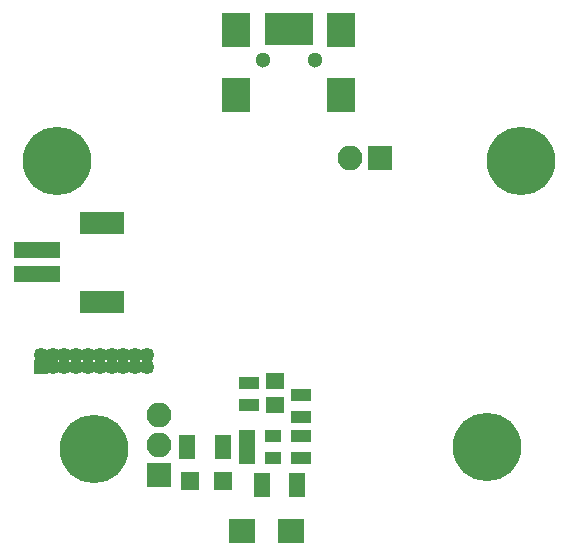
<source format=gbs>
G04 #@! TF.FileFunction,Soldermask,Bot*
%FSLAX46Y46*%
G04 Gerber Fmt 4.6, Leading zero omitted, Abs format (unit mm)*
G04 Created by KiCad (PCBNEW 4.0.7) date 03/22/19 21:38:21*
%MOMM*%
%LPD*%
G01*
G04 APERTURE LIST*
%ADD10C,0.100000*%
%ADD11R,2.300000X2.000000*%
%ADD12C,1.300000*%
%ADD13C,5.800000*%
%ADD14R,2.100000X2.100000*%
%ADD15O,2.100000X2.100000*%
%ADD16R,1.250000X1.250000*%
%ADD17O,1.250000X1.250000*%
%ADD18R,1.400000X2.000000*%
%ADD19R,1.500000X1.500000*%
%ADD20R,3.800000X1.900000*%
%ADD21R,3.900000X1.400000*%
%ADD22R,0.900000X2.700000*%
%ADD23R,2.400000X2.900000*%
%ADD24R,1.700000X1.100000*%
%ADD25R,1.460000X1.050000*%
%ADD26R,1.650000X1.400000*%
G04 APERTURE END LIST*
D10*
D11*
X41290000Y-124622000D03*
X45390000Y-124622000D03*
D12*
X47440000Y-84722000D03*
X43040000Y-84722000D03*
D13*
X64940000Y-93322000D03*
X62040000Y-117522000D03*
X25640000Y-93322000D03*
X28740000Y-117722000D03*
D14*
X52940000Y-93022000D03*
D15*
X50400000Y-93022000D03*
D16*
X24240000Y-110722000D03*
D17*
X24240000Y-109722000D03*
X25240000Y-110722000D03*
X25240000Y-109722000D03*
X26240000Y-110722000D03*
X26240000Y-109722000D03*
X27240000Y-110722000D03*
X27240000Y-109722000D03*
X28240000Y-110722000D03*
X28240000Y-109722000D03*
X29240000Y-110722000D03*
X29240000Y-109722000D03*
X30240000Y-110722000D03*
X30240000Y-109722000D03*
X31240000Y-110722000D03*
X31240000Y-109722000D03*
X32240000Y-110722000D03*
X32240000Y-109722000D03*
X33240000Y-110722000D03*
X33240000Y-109722000D03*
D18*
X36640000Y-117522000D03*
X39640000Y-117522000D03*
X45940000Y-120722000D03*
X42940000Y-120722000D03*
D19*
X36840000Y-120422000D03*
X39640000Y-120422000D03*
D20*
X29440000Y-98522000D03*
D21*
X23890000Y-100872000D03*
X23890000Y-102872000D03*
D20*
X29440000Y-105222000D03*
D22*
X46840000Y-82122000D03*
X46040000Y-82122000D03*
X45240000Y-82122000D03*
X44440000Y-82122000D03*
X43640000Y-82122000D03*
D23*
X49690000Y-82222000D03*
X49690000Y-87722000D03*
X40790000Y-82222000D03*
X40790000Y-87722000D03*
D12*
X47440000Y-84722000D03*
X43040000Y-84722000D03*
D14*
X34240000Y-119922000D03*
D15*
X34240000Y-117382000D03*
X34240000Y-114842000D03*
D24*
X46240000Y-118472000D03*
X46240000Y-116572000D03*
D25*
X41740000Y-118472000D03*
X41740000Y-117522000D03*
X41740000Y-116572000D03*
X43940000Y-116572000D03*
X43940000Y-118472000D03*
D24*
X41840000Y-113972000D03*
X41840000Y-112072000D03*
X46240000Y-113072000D03*
X46240000Y-114972000D03*
D26*
X44040000Y-113922000D03*
X44040000Y-111922000D03*
M02*

</source>
